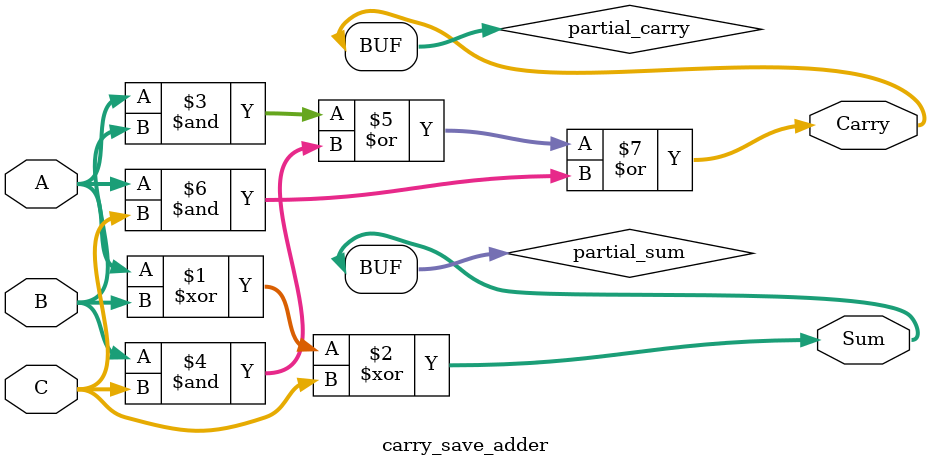
<source format=sv>
module carry_save_adder (input [3:0] A,input [3:0] B,input [3:0] C,output [3:0] Sum,output [3:0] Carry);
wire [3:0] partial_sum;  
wire [3:0] partial_carry; 
assign partial_sum = A ^ B ^ C;  
assign partial_carry = (A & B) | (B & C) | (A & C);  
assign Sum = partial_sum;  
assign Carry = partial_carry;  
endmodule

</source>
